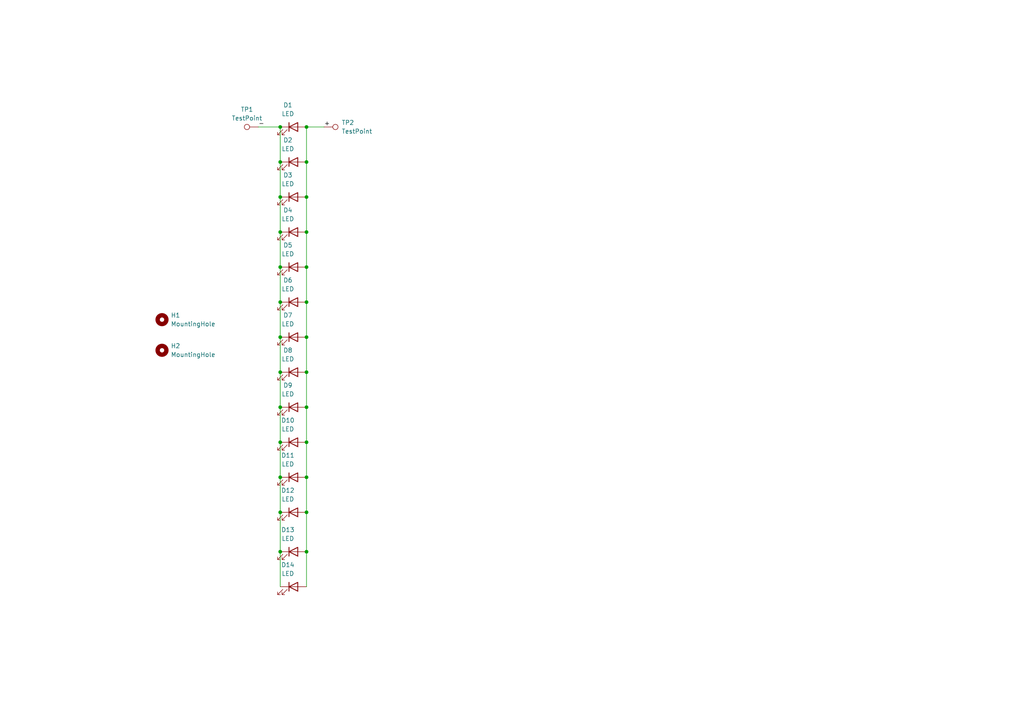
<source format=kicad_sch>
(kicad_sch
	(version 20250114)
	(generator "eeschema")
	(generator_version "9.0")
	(uuid "ce6e9e31-9215-4271-a300-681233654e64")
	(paper "A4")
	(lib_symbols
		(symbol "Connector:TestPoint"
			(pin_numbers
				(hide yes)
			)
			(pin_names
				(offset 0.762)
				(hide yes)
			)
			(exclude_from_sim no)
			(in_bom yes)
			(on_board yes)
			(property "Reference" "TP"
				(at 0 6.858 0)
				(effects
					(font
						(size 1.27 1.27)
					)
				)
			)
			(property "Value" "TestPoint"
				(at 0 5.08 0)
				(effects
					(font
						(size 1.27 1.27)
					)
				)
			)
			(property "Footprint" ""
				(at 5.08 0 0)
				(effects
					(font
						(size 1.27 1.27)
					)
					(hide yes)
				)
			)
			(property "Datasheet" "~"
				(at 5.08 0 0)
				(effects
					(font
						(size 1.27 1.27)
					)
					(hide yes)
				)
			)
			(property "Description" "test point"
				(at 0 0 0)
				(effects
					(font
						(size 1.27 1.27)
					)
					(hide yes)
				)
			)
			(property "ki_keywords" "test point tp"
				(at 0 0 0)
				(effects
					(font
						(size 1.27 1.27)
					)
					(hide yes)
				)
			)
			(property "ki_fp_filters" "Pin* Test*"
				(at 0 0 0)
				(effects
					(font
						(size 1.27 1.27)
					)
					(hide yes)
				)
			)
			(symbol "TestPoint_0_1"
				(circle
					(center 0 3.302)
					(radius 0.762)
					(stroke
						(width 0)
						(type default)
					)
					(fill
						(type none)
					)
				)
			)
			(symbol "TestPoint_1_1"
				(pin passive line
					(at 0 0 90)
					(length 2.54)
					(name "1"
						(effects
							(font
								(size 1.27 1.27)
							)
						)
					)
					(number "1"
						(effects
							(font
								(size 1.27 1.27)
							)
						)
					)
				)
			)
			(embedded_fonts no)
		)
		(symbol "Device:LED"
			(pin_numbers
				(hide yes)
			)
			(pin_names
				(offset 1.016)
				(hide yes)
			)
			(exclude_from_sim no)
			(in_bom yes)
			(on_board yes)
			(property "Reference" "D"
				(at 0 2.54 0)
				(effects
					(font
						(size 1.27 1.27)
					)
				)
			)
			(property "Value" "LED"
				(at 0 -2.54 0)
				(effects
					(font
						(size 1.27 1.27)
					)
				)
			)
			(property "Footprint" ""
				(at 0 0 0)
				(effects
					(font
						(size 1.27 1.27)
					)
					(hide yes)
				)
			)
			(property "Datasheet" "~"
				(at 0 0 0)
				(effects
					(font
						(size 1.27 1.27)
					)
					(hide yes)
				)
			)
			(property "Description" "Light emitting diode"
				(at 0 0 0)
				(effects
					(font
						(size 1.27 1.27)
					)
					(hide yes)
				)
			)
			(property "Sim.Pins" "1=K 2=A"
				(at 0 0 0)
				(effects
					(font
						(size 1.27 1.27)
					)
					(hide yes)
				)
			)
			(property "ki_keywords" "LED diode"
				(at 0 0 0)
				(effects
					(font
						(size 1.27 1.27)
					)
					(hide yes)
				)
			)
			(property "ki_fp_filters" "LED* LED_SMD:* LED_THT:*"
				(at 0 0 0)
				(effects
					(font
						(size 1.27 1.27)
					)
					(hide yes)
				)
			)
			(symbol "LED_0_1"
				(polyline
					(pts
						(xy -3.048 -0.762) (xy -4.572 -2.286) (xy -3.81 -2.286) (xy -4.572 -2.286) (xy -4.572 -1.524)
					)
					(stroke
						(width 0)
						(type default)
					)
					(fill
						(type none)
					)
				)
				(polyline
					(pts
						(xy -1.778 -0.762) (xy -3.302 -2.286) (xy -2.54 -2.286) (xy -3.302 -2.286) (xy -3.302 -1.524)
					)
					(stroke
						(width 0)
						(type default)
					)
					(fill
						(type none)
					)
				)
				(polyline
					(pts
						(xy -1.27 0) (xy 1.27 0)
					)
					(stroke
						(width 0)
						(type default)
					)
					(fill
						(type none)
					)
				)
				(polyline
					(pts
						(xy -1.27 -1.27) (xy -1.27 1.27)
					)
					(stroke
						(width 0.254)
						(type default)
					)
					(fill
						(type none)
					)
				)
				(polyline
					(pts
						(xy 1.27 -1.27) (xy 1.27 1.27) (xy -1.27 0) (xy 1.27 -1.27)
					)
					(stroke
						(width 0.254)
						(type default)
					)
					(fill
						(type none)
					)
				)
			)
			(symbol "LED_1_1"
				(pin passive line
					(at -3.81 0 0)
					(length 2.54)
					(name "K"
						(effects
							(font
								(size 1.27 1.27)
							)
						)
					)
					(number "1"
						(effects
							(font
								(size 1.27 1.27)
							)
						)
					)
				)
				(pin passive line
					(at 3.81 0 180)
					(length 2.54)
					(name "A"
						(effects
							(font
								(size 1.27 1.27)
							)
						)
					)
					(number "2"
						(effects
							(font
								(size 1.27 1.27)
							)
						)
					)
				)
			)
			(embedded_fonts no)
		)
		(symbol "Mechanical:MountingHole"
			(pin_names
				(offset 1.016)
			)
			(exclude_from_sim no)
			(in_bom no)
			(on_board yes)
			(property "Reference" "H"
				(at 0 5.08 0)
				(effects
					(font
						(size 1.27 1.27)
					)
				)
			)
			(property "Value" "MountingHole"
				(at 0 3.175 0)
				(effects
					(font
						(size 1.27 1.27)
					)
				)
			)
			(property "Footprint" ""
				(at 0 0 0)
				(effects
					(font
						(size 1.27 1.27)
					)
					(hide yes)
				)
			)
			(property "Datasheet" "~"
				(at 0 0 0)
				(effects
					(font
						(size 1.27 1.27)
					)
					(hide yes)
				)
			)
			(property "Description" "Mounting Hole without connection"
				(at 0 0 0)
				(effects
					(font
						(size 1.27 1.27)
					)
					(hide yes)
				)
			)
			(property "ki_keywords" "mounting hole"
				(at 0 0 0)
				(effects
					(font
						(size 1.27 1.27)
					)
					(hide yes)
				)
			)
			(property "ki_fp_filters" "MountingHole*"
				(at 0 0 0)
				(effects
					(font
						(size 1.27 1.27)
					)
					(hide yes)
				)
			)
			(symbol "MountingHole_0_1"
				(circle
					(center 0 0)
					(radius 1.27)
					(stroke
						(width 1.27)
						(type default)
					)
					(fill
						(type none)
					)
				)
			)
			(embedded_fonts no)
		)
	)
	(junction
		(at 88.9 138.43)
		(diameter 0)
		(color 0 0 0 0)
		(uuid "169a5fca-b6df-4702-9789-0ba8a5e6c105")
	)
	(junction
		(at 81.28 97.79)
		(diameter 0)
		(color 0 0 0 0)
		(uuid "1d068060-c437-4058-9a0c-27a965fc11dd")
	)
	(junction
		(at 81.28 138.43)
		(diameter 0)
		(color 0 0 0 0)
		(uuid "260623b4-94f7-4daa-b4eb-fe901bbab8c5")
	)
	(junction
		(at 81.28 148.59)
		(diameter 0)
		(color 0 0 0 0)
		(uuid "2d33eb54-e303-4a01-b32d-868f450a7d0f")
	)
	(junction
		(at 81.28 36.83)
		(diameter 0)
		(color 0 0 0 0)
		(uuid "2d832ddd-e56e-4e29-af83-7cf2310d792d")
	)
	(junction
		(at 81.28 46.99)
		(diameter 0)
		(color 0 0 0 0)
		(uuid "34e0c6a3-0730-4220-b56b-e403e215892c")
	)
	(junction
		(at 88.9 36.83)
		(diameter 0)
		(color 0 0 0 0)
		(uuid "357588a7-1824-4a44-b29a-9a893cad144b")
	)
	(junction
		(at 88.9 107.95)
		(diameter 0)
		(color 0 0 0 0)
		(uuid "412052e7-94ef-4461-9352-877627aafece")
	)
	(junction
		(at 88.9 118.11)
		(diameter 0)
		(color 0 0 0 0)
		(uuid "416315ab-ebf4-4c8c-94c0-836cc53b2a49")
	)
	(junction
		(at 81.28 67.31)
		(diameter 0)
		(color 0 0 0 0)
		(uuid "41ac077d-fe0a-40f1-9781-667806ef2965")
	)
	(junction
		(at 81.28 77.47)
		(diameter 0)
		(color 0 0 0 0)
		(uuid "42e8afa7-c6ae-4dba-a8a6-c8e37a20caf8")
	)
	(junction
		(at 88.9 148.59)
		(diameter 0)
		(color 0 0 0 0)
		(uuid "4aecedb8-b9be-42ed-b8e0-a24626bba8d1")
	)
	(junction
		(at 81.28 118.11)
		(diameter 0)
		(color 0 0 0 0)
		(uuid "4db0ee86-9a88-48e5-82bb-5ee32f6f8669")
	)
	(junction
		(at 81.28 107.95)
		(diameter 0)
		(color 0 0 0 0)
		(uuid "51b72145-f94c-4c77-a6ab-9d76b7bd4687")
	)
	(junction
		(at 81.28 87.63)
		(diameter 0)
		(color 0 0 0 0)
		(uuid "93e7e2ba-68ad-44f9-bddc-2f622f281fae")
	)
	(junction
		(at 88.9 97.79)
		(diameter 0)
		(color 0 0 0 0)
		(uuid "95564fe2-7b19-4a34-98f4-908b2e498d70")
	)
	(junction
		(at 88.9 67.31)
		(diameter 0)
		(color 0 0 0 0)
		(uuid "993b0f41-89f1-4208-be6c-0e7dd70c3082")
	)
	(junction
		(at 81.28 160.02)
		(diameter 0)
		(color 0 0 0 0)
		(uuid "bda52958-8623-41e3-83a6-d89dc36f509a")
	)
	(junction
		(at 81.28 128.27)
		(diameter 0)
		(color 0 0 0 0)
		(uuid "c0448689-b808-4fa0-8ae1-a4689ca7af63")
	)
	(junction
		(at 88.9 77.47)
		(diameter 0)
		(color 0 0 0 0)
		(uuid "c5291b20-5f45-426d-81c1-24ce2344e5dc")
	)
	(junction
		(at 88.9 57.15)
		(diameter 0)
		(color 0 0 0 0)
		(uuid "d60c3135-a6a6-4939-b3f4-1e6d427a9299")
	)
	(junction
		(at 81.28 57.15)
		(diameter 0)
		(color 0 0 0 0)
		(uuid "dccecaf1-7845-46af-9867-f7a27e599848")
	)
	(junction
		(at 88.9 87.63)
		(diameter 0)
		(color 0 0 0 0)
		(uuid "eae66219-a594-4b7a-825d-bc0f7cf1ec37")
	)
	(junction
		(at 88.9 46.99)
		(diameter 0)
		(color 0 0 0 0)
		(uuid "eb392ab1-a4c2-4ea6-a7b8-aa79ef2379ed")
	)
	(junction
		(at 88.9 128.27)
		(diameter 0)
		(color 0 0 0 0)
		(uuid "fc808b7f-e2a2-4baf-a86f-0a5f4a173459")
	)
	(junction
		(at 88.9 160.02)
		(diameter 0)
		(color 0 0 0 0)
		(uuid "fe0130fa-0b15-44dc-9769-3a3f576933ea")
	)
	(wire
		(pts
			(xy 88.9 87.63) (xy 88.9 97.79)
		)
		(stroke
			(width 0)
			(type default)
		)
		(uuid "126cb15a-cbc0-49ab-aa09-ef82098c9470")
	)
	(wire
		(pts
			(xy 88.9 36.83) (xy 93.98 36.83)
		)
		(stroke
			(width 0)
			(type default)
		)
		(uuid "230a607b-e9ac-4d02-9d31-7ce6f8b567d0")
	)
	(wire
		(pts
			(xy 88.9 97.79) (xy 88.9 107.95)
		)
		(stroke
			(width 0)
			(type default)
		)
		(uuid "2ddaa8da-c027-4eba-b898-8d5b0eef5650")
	)
	(wire
		(pts
			(xy 88.9 77.47) (xy 88.9 87.63)
		)
		(stroke
			(width 0)
			(type default)
		)
		(uuid "30efe14a-5b0b-43ed-8e8a-fbb44129b389")
	)
	(wire
		(pts
			(xy 88.9 107.95) (xy 88.9 118.11)
		)
		(stroke
			(width 0)
			(type default)
		)
		(uuid "4c230c62-7fd4-47ed-b8ed-2f50d33b5139")
	)
	(wire
		(pts
			(xy 81.28 46.99) (xy 81.28 57.15)
		)
		(stroke
			(width 0)
			(type default)
		)
		(uuid "4c746ae8-4cbd-4923-9132-faa9afc8f870")
	)
	(wire
		(pts
			(xy 88.9 160.02) (xy 88.9 170.18)
		)
		(stroke
			(width 0)
			(type default)
		)
		(uuid "5296c49e-99df-412b-a4f3-d8ed9849de68")
	)
	(wire
		(pts
			(xy 88.9 67.31) (xy 88.9 77.47)
		)
		(stroke
			(width 0)
			(type default)
		)
		(uuid "55a855db-eec5-41e8-9999-166fdf393d90")
	)
	(wire
		(pts
			(xy 88.9 148.59) (xy 88.9 160.02)
		)
		(stroke
			(width 0)
			(type default)
		)
		(uuid "59b35e47-7d64-40a3-a6d8-1787d3af34ba")
	)
	(wire
		(pts
			(xy 88.9 46.99) (xy 88.9 57.15)
		)
		(stroke
			(width 0)
			(type default)
		)
		(uuid "6d289c5e-eedc-4f28-9433-4478e78782f8")
	)
	(wire
		(pts
			(xy 74.93 36.83) (xy 81.28 36.83)
		)
		(stroke
			(width 0)
			(type default)
		)
		(uuid "72727b4b-b43c-4986-918b-de2d7eb845a1")
	)
	(wire
		(pts
			(xy 81.28 148.59) (xy 81.28 160.02)
		)
		(stroke
			(width 0)
			(type default)
		)
		(uuid "7e49d989-359a-45fd-8e48-61727873247a")
	)
	(wire
		(pts
			(xy 81.28 87.63) (xy 81.28 97.79)
		)
		(stroke
			(width 0)
			(type default)
		)
		(uuid "824e4a96-7a33-4743-9097-b99d1d7dd30a")
	)
	(wire
		(pts
			(xy 81.28 160.02) (xy 81.28 170.18)
		)
		(stroke
			(width 0)
			(type default)
		)
		(uuid "90452a2d-6d6c-4cc1-aff1-fd66aab7d5d1")
	)
	(wire
		(pts
			(xy 81.28 128.27) (xy 81.28 138.43)
		)
		(stroke
			(width 0)
			(type default)
		)
		(uuid "94ef664d-fce1-4099-96a8-555070c9a680")
	)
	(wire
		(pts
			(xy 81.28 57.15) (xy 81.28 67.31)
		)
		(stroke
			(width 0)
			(type default)
		)
		(uuid "956a1f5e-6127-410d-953e-5bac78d1f552")
	)
	(wire
		(pts
			(xy 88.9 36.83) (xy 88.9 46.99)
		)
		(stroke
			(width 0)
			(type default)
		)
		(uuid "9e9088da-8b26-4637-afa0-229da3c6d4d6")
	)
	(wire
		(pts
			(xy 88.9 118.11) (xy 88.9 128.27)
		)
		(stroke
			(width 0)
			(type default)
		)
		(uuid "9fcae4ef-02fb-4971-82e5-935a5cdd5429")
	)
	(wire
		(pts
			(xy 81.28 107.95) (xy 81.28 118.11)
		)
		(stroke
			(width 0)
			(type default)
		)
		(uuid "a95cdedc-a9aa-4582-bf31-b2b0ea814411")
	)
	(wire
		(pts
			(xy 81.28 77.47) (xy 81.28 87.63)
		)
		(stroke
			(width 0)
			(type default)
		)
		(uuid "c37bab11-1a1d-4d92-be06-ac19d46abae8")
	)
	(wire
		(pts
			(xy 81.28 67.31) (xy 81.28 77.47)
		)
		(stroke
			(width 0)
			(type default)
		)
		(uuid "c5061fb0-d021-4089-b643-0c0c65cd8c03")
	)
	(wire
		(pts
			(xy 88.9 128.27) (xy 88.9 138.43)
		)
		(stroke
			(width 0)
			(type default)
		)
		(uuid "c9a18bc7-20da-4944-82b5-c59106a30c74")
	)
	(wire
		(pts
			(xy 88.9 138.43) (xy 88.9 148.59)
		)
		(stroke
			(width 0)
			(type default)
		)
		(uuid "d1c53024-8ff3-40cb-89cc-9147df523a09")
	)
	(wire
		(pts
			(xy 81.28 138.43) (xy 81.28 148.59)
		)
		(stroke
			(width 0)
			(type default)
		)
		(uuid "e6deee5e-22b6-44a1-8d50-56f4ce1fd774")
	)
	(wire
		(pts
			(xy 88.9 57.15) (xy 88.9 67.31)
		)
		(stroke
			(width 0)
			(type default)
		)
		(uuid "ed1dae4f-9fb5-4dc4-b3fd-86be10e841bf")
	)
	(wire
		(pts
			(xy 81.28 36.83) (xy 81.28 46.99)
		)
		(stroke
			(width 0)
			(type default)
		)
		(uuid "f03dba76-e87d-43f7-9936-e6eacbf9ffdf")
	)
	(wire
		(pts
			(xy 81.28 97.79) (xy 81.28 107.95)
		)
		(stroke
			(width 0)
			(type default)
		)
		(uuid "fb324db5-bb44-447e-9e20-aa0c01d46b19")
	)
	(wire
		(pts
			(xy 81.28 118.11) (xy 81.28 128.27)
		)
		(stroke
			(width 0)
			(type default)
		)
		(uuid "fc992c3e-69d6-46bc-9c01-971bb49a5eab")
	)
	(label "-"
		(at 74.93 36.83 0)
		(effects
			(font
				(size 1.27 1.27)
			)
			(justify left bottom)
		)
		(uuid "03a038ef-42c5-4ee5-8cb5-48fb0f29c422")
	)
	(label "+"
		(at 93.98 36.83 0)
		(effects
			(font
				(size 1.27 1.27)
			)
			(justify left bottom)
		)
		(uuid "afb36d24-46e3-41ce-9d87-c4f26667619c")
	)
	(symbol
		(lib_id "Device:LED")
		(at 85.09 118.11 0)
		(unit 1)
		(exclude_from_sim no)
		(in_bom yes)
		(on_board yes)
		(dnp no)
		(fields_autoplaced yes)
		(uuid "0e996304-1455-4a06-93ea-aaa705061dee")
		(property "Reference" "D9"
			(at 83.5025 111.76 0)
			(effects
				(font
					(size 1.27 1.27)
				)
			)
		)
		(property "Value" "LED"
			(at 83.5025 114.3 0)
			(effects
				(font
					(size 1.27 1.27)
				)
			)
		)
		(property "Footprint" "LED_SMD:LED_PLCC_2835"
			(at 85.09 118.11 0)
			(effects
				(font
					(size 1.27 1.27)
				)
				(hide yes)
			)
		)
		(property "Datasheet" "~"
			(at 85.09 118.11 0)
			(effects
				(font
					(size 1.27 1.27)
				)
				(hide yes)
			)
		)
		(property "Description" "Light emitting diode"
			(at 85.09 118.11 0)
			(effects
				(font
					(size 1.27 1.27)
				)
				(hide yes)
			)
		)
		(property "Sim.Pins" "1=K 2=A"
			(at 85.09 118.11 0)
			(effects
				(font
					(size 1.27 1.27)
				)
				(hide yes)
			)
		)
		(pin "2"
			(uuid "8ee54dd1-4b7a-44b4-a314-6baee1bf807f")
		)
		(pin "1"
			(uuid "9f1483e4-8d01-4d9d-a941-486fa84a0ece")
		)
		(instances
			(project "akkulampen"
				(path "/ce6e9e31-9215-4271-a300-681233654e64"
					(reference "D9")
					(unit 1)
				)
			)
		)
	)
	(symbol
		(lib_id "Device:LED")
		(at 85.09 36.83 0)
		(unit 1)
		(exclude_from_sim no)
		(in_bom yes)
		(on_board yes)
		(dnp no)
		(fields_autoplaced yes)
		(uuid "1e9420b6-cc9d-4a02-8a89-7a9f67ab5382")
		(property "Reference" "D1"
			(at 83.5025 30.48 0)
			(effects
				(font
					(size 1.27 1.27)
				)
			)
		)
		(property "Value" "LED"
			(at 83.5025 33.02 0)
			(effects
				(font
					(size 1.27 1.27)
				)
			)
		)
		(property "Footprint" "LED_SMD:LED_PLCC_2835"
			(at 85.09 36.83 0)
			(effects
				(font
					(size 1.27 1.27)
				)
				(hide yes)
			)
		)
		(property "Datasheet" "~"
			(at 85.09 36.83 0)
			(effects
				(font
					(size 1.27 1.27)
				)
				(hide yes)
			)
		)
		(property "Description" "Light emitting diode"
			(at 85.09 36.83 0)
			(effects
				(font
					(size 1.27 1.27)
				)
				(hide yes)
			)
		)
		(property "Sim.Pins" "1=K 2=A"
			(at 85.09 36.83 0)
			(effects
				(font
					(size 1.27 1.27)
				)
				(hide yes)
			)
		)
		(pin "2"
			(uuid "2fc5f2ea-b890-40b6-a373-401dfc294894")
		)
		(pin "1"
			(uuid "f47fce6d-6a5f-4a0d-a3e9-e72b677e85c0")
		)
		(instances
			(project ""
				(path "/ce6e9e31-9215-4271-a300-681233654e64"
					(reference "D1")
					(unit 1)
				)
			)
		)
	)
	(symbol
		(lib_id "Device:LED")
		(at 85.09 87.63 0)
		(unit 1)
		(exclude_from_sim no)
		(in_bom yes)
		(on_board yes)
		(dnp no)
		(fields_autoplaced yes)
		(uuid "37c49af7-039f-4ffe-861d-0fa646cecd62")
		(property "Reference" "D6"
			(at 83.5025 81.28 0)
			(effects
				(font
					(size 1.27 1.27)
				)
			)
		)
		(property "Value" "LED"
			(at 83.5025 83.82 0)
			(effects
				(font
					(size 1.27 1.27)
				)
			)
		)
		(property "Footprint" "LED_SMD:LED_PLCC_2835"
			(at 85.09 87.63 0)
			(effects
				(font
					(size 1.27 1.27)
				)
				(hide yes)
			)
		)
		(property "Datasheet" "~"
			(at 85.09 87.63 0)
			(effects
				(font
					(size 1.27 1.27)
				)
				(hide yes)
			)
		)
		(property "Description" "Light emitting diode"
			(at 85.09 87.63 0)
			(effects
				(font
					(size 1.27 1.27)
				)
				(hide yes)
			)
		)
		(property "Sim.Pins" "1=K 2=A"
			(at 85.09 87.63 0)
			(effects
				(font
					(size 1.27 1.27)
				)
				(hide yes)
			)
		)
		(pin "2"
			(uuid "b2d75846-63b7-4fa2-8441-789382c7c403")
		)
		(pin "1"
			(uuid "ebd9f0a3-3464-49e2-8cd7-caf530b379dc")
		)
		(instances
			(project "akkulampen"
				(path "/ce6e9e31-9215-4271-a300-681233654e64"
					(reference "D6")
					(unit 1)
				)
			)
		)
	)
	(symbol
		(lib_id "Connector:TestPoint")
		(at 74.93 36.83 90)
		(unit 1)
		(exclude_from_sim no)
		(in_bom yes)
		(on_board yes)
		(dnp no)
		(uuid "3e8ab80a-c8d4-4461-8093-a5ec011b6630")
		(property "Reference" "TP1"
			(at 71.628 31.75 90)
			(effects
				(font
					(size 1.27 1.27)
				)
			)
		)
		(property "Value" "TestPoint"
			(at 71.628 34.29 90)
			(effects
				(font
					(size 1.27 1.27)
				)
			)
		)
		(property "Footprint" "TestPoint:TestPoint_Keystone_5015_Micro_Mini"
			(at 74.93 31.75 0)
			(effects
				(font
					(size 1.27 1.27)
				)
				(hide yes)
			)
		)
		(property "Datasheet" "~"
			(at 74.93 31.75 0)
			(effects
				(font
					(size 1.27 1.27)
				)
				(hide yes)
			)
		)
		(property "Description" "test point"
			(at 74.93 36.83 0)
			(effects
				(font
					(size 1.27 1.27)
				)
				(hide yes)
			)
		)
		(pin "1"
			(uuid "43742098-7014-46ba-9862-7a3313f6ce62")
		)
		(instances
			(project ""
				(path "/ce6e9e31-9215-4271-a300-681233654e64"
					(reference "TP1")
					(unit 1)
				)
			)
		)
	)
	(symbol
		(lib_id "Device:LED")
		(at 85.09 67.31 0)
		(unit 1)
		(exclude_from_sim no)
		(in_bom yes)
		(on_board yes)
		(dnp no)
		(fields_autoplaced yes)
		(uuid "62b043c8-d348-4abf-b1b9-0092868a7cc3")
		(property "Reference" "D4"
			(at 83.5025 60.96 0)
			(effects
				(font
					(size 1.27 1.27)
				)
			)
		)
		(property "Value" "LED"
			(at 83.5025 63.5 0)
			(effects
				(font
					(size 1.27 1.27)
				)
			)
		)
		(property "Footprint" "LED_SMD:LED_PLCC_2835"
			(at 85.09 67.31 0)
			(effects
				(font
					(size 1.27 1.27)
				)
				(hide yes)
			)
		)
		(property "Datasheet" "~"
			(at 85.09 67.31 0)
			(effects
				(font
					(size 1.27 1.27)
				)
				(hide yes)
			)
		)
		(property "Description" "Light emitting diode"
			(at 85.09 67.31 0)
			(effects
				(font
					(size 1.27 1.27)
				)
				(hide yes)
			)
		)
		(property "Sim.Pins" "1=K 2=A"
			(at 85.09 67.31 0)
			(effects
				(font
					(size 1.27 1.27)
				)
				(hide yes)
			)
		)
		(pin "2"
			(uuid "661177cb-d776-4d42-8e8e-b8e362fb781b")
		)
		(pin "1"
			(uuid "61ebf413-6230-42db-996a-b168e1d9726a")
		)
		(instances
			(project "akkulampen"
				(path "/ce6e9e31-9215-4271-a300-681233654e64"
					(reference "D4")
					(unit 1)
				)
			)
		)
	)
	(symbol
		(lib_id "Device:LED")
		(at 85.09 128.27 0)
		(unit 1)
		(exclude_from_sim no)
		(in_bom yes)
		(on_board yes)
		(dnp no)
		(fields_autoplaced yes)
		(uuid "8fc8332b-2471-4214-a38e-11634c28840c")
		(property "Reference" "D10"
			(at 83.5025 121.92 0)
			(effects
				(font
					(size 1.27 1.27)
				)
			)
		)
		(property "Value" "LED"
			(at 83.5025 124.46 0)
			(effects
				(font
					(size 1.27 1.27)
				)
			)
		)
		(property "Footprint" "LED_SMD:LED_PLCC_2835"
			(at 85.09 128.27 0)
			(effects
				(font
					(size 1.27 1.27)
				)
				(hide yes)
			)
		)
		(property "Datasheet" "~"
			(at 85.09 128.27 0)
			(effects
				(font
					(size 1.27 1.27)
				)
				(hide yes)
			)
		)
		(property "Description" "Light emitting diode"
			(at 85.09 128.27 0)
			(effects
				(font
					(size 1.27 1.27)
				)
				(hide yes)
			)
		)
		(property "Sim.Pins" "1=K 2=A"
			(at 85.09 128.27 0)
			(effects
				(font
					(size 1.27 1.27)
				)
				(hide yes)
			)
		)
		(pin "2"
			(uuid "324ef5fe-9d42-439e-8cfb-4ab261497123")
		)
		(pin "1"
			(uuid "7e79cb81-435c-4c78-a914-2521a5b008a4")
		)
		(instances
			(project "akkulampen"
				(path "/ce6e9e31-9215-4271-a300-681233654e64"
					(reference "D10")
					(unit 1)
				)
			)
		)
	)
	(symbol
		(lib_id "Device:LED")
		(at 85.09 160.02 0)
		(unit 1)
		(exclude_from_sim no)
		(in_bom yes)
		(on_board yes)
		(dnp no)
		(fields_autoplaced yes)
		(uuid "97ea47dd-4b59-4b32-973b-7be888c34dfb")
		(property "Reference" "D13"
			(at 83.5025 153.67 0)
			(effects
				(font
					(size 1.27 1.27)
				)
			)
		)
		(property "Value" "LED"
			(at 83.5025 156.21 0)
			(effects
				(font
					(size 1.27 1.27)
				)
			)
		)
		(property "Footprint" "LED_SMD:LED_PLCC_2835"
			(at 85.09 160.02 0)
			(effects
				(font
					(size 1.27 1.27)
				)
				(hide yes)
			)
		)
		(property "Datasheet" "~"
			(at 85.09 160.02 0)
			(effects
				(font
					(size 1.27 1.27)
				)
				(hide yes)
			)
		)
		(property "Description" "Light emitting diode"
			(at 85.09 160.02 0)
			(effects
				(font
					(size 1.27 1.27)
				)
				(hide yes)
			)
		)
		(property "Sim.Pins" "1=K 2=A"
			(at 85.09 160.02 0)
			(effects
				(font
					(size 1.27 1.27)
				)
				(hide yes)
			)
		)
		(pin "2"
			(uuid "d0883a8a-d30f-49cd-b38c-0900e51dbbfc")
		)
		(pin "1"
			(uuid "623dc59c-83a0-46ad-8753-3c1a8593ffed")
		)
		(instances
			(project "akkulampen"
				(path "/ce6e9e31-9215-4271-a300-681233654e64"
					(reference "D13")
					(unit 1)
				)
			)
		)
	)
	(symbol
		(lib_id "Device:LED")
		(at 85.09 57.15 0)
		(unit 1)
		(exclude_from_sim no)
		(in_bom yes)
		(on_board yes)
		(dnp no)
		(fields_autoplaced yes)
		(uuid "a8abf31d-1ba7-4980-8f59-2b325162bf8f")
		(property "Reference" "D3"
			(at 83.5025 50.8 0)
			(effects
				(font
					(size 1.27 1.27)
				)
			)
		)
		(property "Value" "LED"
			(at 83.5025 53.34 0)
			(effects
				(font
					(size 1.27 1.27)
				)
			)
		)
		(property "Footprint" "LED_SMD:LED_PLCC_2835"
			(at 85.09 57.15 0)
			(effects
				(font
					(size 1.27 1.27)
				)
				(hide yes)
			)
		)
		(property "Datasheet" "~"
			(at 85.09 57.15 0)
			(effects
				(font
					(size 1.27 1.27)
				)
				(hide yes)
			)
		)
		(property "Description" "Light emitting diode"
			(at 85.09 57.15 0)
			(effects
				(font
					(size 1.27 1.27)
				)
				(hide yes)
			)
		)
		(property "Sim.Pins" "1=K 2=A"
			(at 85.09 57.15 0)
			(effects
				(font
					(size 1.27 1.27)
				)
				(hide yes)
			)
		)
		(pin "2"
			(uuid "70595b69-75b5-44bd-a3fd-f68ad9a4a014")
		)
		(pin "1"
			(uuid "0b8a6350-f679-4dfd-aa11-5404d61efb79")
		)
		(instances
			(project "akkulampen"
				(path "/ce6e9e31-9215-4271-a300-681233654e64"
					(reference "D3")
					(unit 1)
				)
			)
		)
	)
	(symbol
		(lib_id "Device:LED")
		(at 85.09 138.43 0)
		(unit 1)
		(exclude_from_sim no)
		(in_bom yes)
		(on_board yes)
		(dnp no)
		(fields_autoplaced yes)
		(uuid "ae2d0231-3d62-4e5b-899c-029f6e463555")
		(property "Reference" "D11"
			(at 83.5025 132.08 0)
			(effects
				(font
					(size 1.27 1.27)
				)
			)
		)
		(property "Value" "LED"
			(at 83.5025 134.62 0)
			(effects
				(font
					(size 1.27 1.27)
				)
			)
		)
		(property "Footprint" "LED_SMD:LED_PLCC_2835"
			(at 85.09 138.43 0)
			(effects
				(font
					(size 1.27 1.27)
				)
				(hide yes)
			)
		)
		(property "Datasheet" "~"
			(at 85.09 138.43 0)
			(effects
				(font
					(size 1.27 1.27)
				)
				(hide yes)
			)
		)
		(property "Description" "Light emitting diode"
			(at 85.09 138.43 0)
			(effects
				(font
					(size 1.27 1.27)
				)
				(hide yes)
			)
		)
		(property "Sim.Pins" "1=K 2=A"
			(at 85.09 138.43 0)
			(effects
				(font
					(size 1.27 1.27)
				)
				(hide yes)
			)
		)
		(pin "2"
			(uuid "5d6d48b2-6f1e-4de8-a40a-b71fafdc3b3f")
		)
		(pin "1"
			(uuid "023337f7-2991-4c19-9d53-77af314f200f")
		)
		(instances
			(project "akkulampen"
				(path "/ce6e9e31-9215-4271-a300-681233654e64"
					(reference "D11")
					(unit 1)
				)
			)
		)
	)
	(symbol
		(lib_id "Device:LED")
		(at 85.09 77.47 0)
		(unit 1)
		(exclude_from_sim no)
		(in_bom yes)
		(on_board yes)
		(dnp no)
		(fields_autoplaced yes)
		(uuid "b83cf2b3-342e-4534-84f9-ea5c1ab94cd2")
		(property "Reference" "D5"
			(at 83.5025 71.12 0)
			(effects
				(font
					(size 1.27 1.27)
				)
			)
		)
		(property "Value" "LED"
			(at 83.5025 73.66 0)
			(effects
				(font
					(size 1.27 1.27)
				)
			)
		)
		(property "Footprint" "LED_SMD:LED_PLCC_2835"
			(at 85.09 77.47 0)
			(effects
				(font
					(size 1.27 1.27)
				)
				(hide yes)
			)
		)
		(property "Datasheet" "~"
			(at 85.09 77.47 0)
			(effects
				(font
					(size 1.27 1.27)
				)
				(hide yes)
			)
		)
		(property "Description" "Light emitting diode"
			(at 85.09 77.47 0)
			(effects
				(font
					(size 1.27 1.27)
				)
				(hide yes)
			)
		)
		(property "Sim.Pins" "1=K 2=A"
			(at 85.09 77.47 0)
			(effects
				(font
					(size 1.27 1.27)
				)
				(hide yes)
			)
		)
		(pin "2"
			(uuid "4482f262-27b0-4c3e-9757-fb77645a2cb5")
		)
		(pin "1"
			(uuid "e282d74f-7d6d-45ac-805f-44372231d1f0")
		)
		(instances
			(project "akkulampen"
				(path "/ce6e9e31-9215-4271-a300-681233654e64"
					(reference "D5")
					(unit 1)
				)
			)
		)
	)
	(symbol
		(lib_id "Device:LED")
		(at 85.09 170.18 0)
		(unit 1)
		(exclude_from_sim no)
		(in_bom yes)
		(on_board yes)
		(dnp no)
		(fields_autoplaced yes)
		(uuid "bf5aef6f-53bf-4b55-b0a7-ab9b75eb39d3")
		(property "Reference" "D14"
			(at 83.5025 163.83 0)
			(effects
				(font
					(size 1.27 1.27)
				)
			)
		)
		(property "Value" "LED"
			(at 83.5025 166.37 0)
			(effects
				(font
					(size 1.27 1.27)
				)
			)
		)
		(property "Footprint" "LED_SMD:LED_PLCC_2835"
			(at 85.09 170.18 0)
			(effects
				(font
					(size 1.27 1.27)
				)
				(hide yes)
			)
		)
		(property "Datasheet" "~"
			(at 85.09 170.18 0)
			(effects
				(font
					(size 1.27 1.27)
				)
				(hide yes)
			)
		)
		(property "Description" "Light emitting diode"
			(at 85.09 170.18 0)
			(effects
				(font
					(size 1.27 1.27)
				)
				(hide yes)
			)
		)
		(property "Sim.Pins" "1=K 2=A"
			(at 85.09 170.18 0)
			(effects
				(font
					(size 1.27 1.27)
				)
				(hide yes)
			)
		)
		(pin "2"
			(uuid "e3b53d55-8e67-4192-94ab-1863cf44a5b2")
		)
		(pin "1"
			(uuid "40873c14-fd37-40e4-b476-318704b589b3")
		)
		(instances
			(project "akkulampen"
				(path "/ce6e9e31-9215-4271-a300-681233654e64"
					(reference "D14")
					(unit 1)
				)
			)
		)
	)
	(symbol
		(lib_id "Mechanical:MountingHole")
		(at 46.99 101.6 0)
		(unit 1)
		(exclude_from_sim no)
		(in_bom no)
		(on_board yes)
		(dnp no)
		(fields_autoplaced yes)
		(uuid "c325916c-a0f2-492f-830c-977eef37a8c7")
		(property "Reference" "H2"
			(at 49.53 100.3299 0)
			(effects
				(font
					(size 1.27 1.27)
				)
				(justify left)
			)
		)
		(property "Value" "MountingHole"
			(at 49.53 102.8699 0)
			(effects
				(font
					(size 1.27 1.27)
				)
				(justify left)
			)
		)
		(property "Footprint" "MountingHole:MountingHole_2.1mm"
			(at 46.99 101.6 0)
			(effects
				(font
					(size 1.27 1.27)
				)
				(hide yes)
			)
		)
		(property "Datasheet" "~"
			(at 46.99 101.6 0)
			(effects
				(font
					(size 1.27 1.27)
				)
				(hide yes)
			)
		)
		(property "Description" "Mounting Hole without connection"
			(at 46.99 101.6 0)
			(effects
				(font
					(size 1.27 1.27)
				)
				(hide yes)
			)
		)
		(instances
			(project "akkulampen"
				(path "/ce6e9e31-9215-4271-a300-681233654e64"
					(reference "H2")
					(unit 1)
				)
			)
		)
	)
	(symbol
		(lib_id "Device:LED")
		(at 85.09 46.99 0)
		(unit 1)
		(exclude_from_sim no)
		(in_bom yes)
		(on_board yes)
		(dnp no)
		(fields_autoplaced yes)
		(uuid "c50e77f9-df1b-46bb-b735-3453b5accdb4")
		(property "Reference" "D2"
			(at 83.5025 40.64 0)
			(effects
				(font
					(size 1.27 1.27)
				)
			)
		)
		(property "Value" "LED"
			(at 83.5025 43.18 0)
			(effects
				(font
					(size 1.27 1.27)
				)
			)
		)
		(property "Footprint" "LED_SMD:LED_PLCC_2835"
			(at 85.09 46.99 0)
			(effects
				(font
					(size 1.27 1.27)
				)
				(hide yes)
			)
		)
		(property "Datasheet" "~"
			(at 85.09 46.99 0)
			(effects
				(font
					(size 1.27 1.27)
				)
				(hide yes)
			)
		)
		(property "Description" "Light emitting diode"
			(at 85.09 46.99 0)
			(effects
				(font
					(size 1.27 1.27)
				)
				(hide yes)
			)
		)
		(property "Sim.Pins" "1=K 2=A"
			(at 85.09 46.99 0)
			(effects
				(font
					(size 1.27 1.27)
				)
				(hide yes)
			)
		)
		(pin "2"
			(uuid "0c14acee-bbb3-47c7-9a33-1b8c1e1610d8")
		)
		(pin "1"
			(uuid "dbf764fd-828b-4d3e-bb7a-c22fe6de1df2")
		)
		(instances
			(project "akkulampen"
				(path "/ce6e9e31-9215-4271-a300-681233654e64"
					(reference "D2")
					(unit 1)
				)
			)
		)
	)
	(symbol
		(lib_id "Mechanical:MountingHole")
		(at 46.99 92.71 0)
		(unit 1)
		(exclude_from_sim no)
		(in_bom no)
		(on_board yes)
		(dnp no)
		(fields_autoplaced yes)
		(uuid "cb2e7d4a-a9a6-4795-8f7e-d1756b10aaa5")
		(property "Reference" "H1"
			(at 49.53 91.4399 0)
			(effects
				(font
					(size 1.27 1.27)
				)
				(justify left)
			)
		)
		(property "Value" "MountingHole"
			(at 49.53 93.9799 0)
			(effects
				(font
					(size 1.27 1.27)
				)
				(justify left)
			)
		)
		(property "Footprint" "MountingHole:MountingHole_2.1mm"
			(at 46.99 92.71 0)
			(effects
				(font
					(size 1.27 1.27)
				)
				(hide yes)
			)
		)
		(property "Datasheet" "~"
			(at 46.99 92.71 0)
			(effects
				(font
					(size 1.27 1.27)
				)
				(hide yes)
			)
		)
		(property "Description" "Mounting Hole without connection"
			(at 46.99 92.71 0)
			(effects
				(font
					(size 1.27 1.27)
				)
				(hide yes)
			)
		)
		(instances
			(project ""
				(path "/ce6e9e31-9215-4271-a300-681233654e64"
					(reference "H1")
					(unit 1)
				)
			)
		)
	)
	(symbol
		(lib_id "Connector:TestPoint")
		(at 93.98 36.83 270)
		(unit 1)
		(exclude_from_sim no)
		(in_bom yes)
		(on_board yes)
		(dnp no)
		(fields_autoplaced yes)
		(uuid "d201a3ed-44c0-4904-8959-ebf35da5347f")
		(property "Reference" "TP2"
			(at 99.06 35.5599 90)
			(effects
				(font
					(size 1.27 1.27)
				)
				(justify left)
			)
		)
		(property "Value" "TestPoint"
			(at 99.06 38.0999 90)
			(effects
				(font
					(size 1.27 1.27)
				)
				(justify left)
			)
		)
		(property "Footprint" "TestPoint:TestPoint_Keystone_5015_Micro_Mini"
			(at 93.98 41.91 0)
			(effects
				(font
					(size 1.27 1.27)
				)
				(hide yes)
			)
		)
		(property "Datasheet" "~"
			(at 93.98 41.91 0)
			(effects
				(font
					(size 1.27 1.27)
				)
				(hide yes)
			)
		)
		(property "Description" "test point"
			(at 93.98 36.83 0)
			(effects
				(font
					(size 1.27 1.27)
				)
				(hide yes)
			)
		)
		(pin "1"
			(uuid "bdcf46fa-ba96-464b-a5f5-cccd5d1683fe")
		)
		(instances
			(project "akkulampen"
				(path "/ce6e9e31-9215-4271-a300-681233654e64"
					(reference "TP2")
					(unit 1)
				)
			)
		)
	)
	(symbol
		(lib_id "Device:LED")
		(at 85.09 107.95 0)
		(unit 1)
		(exclude_from_sim no)
		(in_bom yes)
		(on_board yes)
		(dnp no)
		(fields_autoplaced yes)
		(uuid "da2d31af-47c4-4fd6-b36c-e1b0c041d6c1")
		(property "Reference" "D8"
			(at 83.5025 101.6 0)
			(effects
				(font
					(size 1.27 1.27)
				)
			)
		)
		(property "Value" "LED"
			(at 83.5025 104.14 0)
			(effects
				(font
					(size 1.27 1.27)
				)
			)
		)
		(property "Footprint" "LED_SMD:LED_PLCC_2835"
			(at 85.09 107.95 0)
			(effects
				(font
					(size 1.27 1.27)
				)
				(hide yes)
			)
		)
		(property "Datasheet" "~"
			(at 85.09 107.95 0)
			(effects
				(font
					(size 1.27 1.27)
				)
				(hide yes)
			)
		)
		(property "Description" "Light emitting diode"
			(at 85.09 107.95 0)
			(effects
				(font
					(size 1.27 1.27)
				)
				(hide yes)
			)
		)
		(property "Sim.Pins" "1=K 2=A"
			(at 85.09 107.95 0)
			(effects
				(font
					(size 1.27 1.27)
				)
				(hide yes)
			)
		)
		(pin "2"
			(uuid "f0356170-5d99-4bef-8d73-955897967ff9")
		)
		(pin "1"
			(uuid "35ff63e2-115c-42b3-ad57-00afc0cb73eb")
		)
		(instances
			(project "akkulampen"
				(path "/ce6e9e31-9215-4271-a300-681233654e64"
					(reference "D8")
					(unit 1)
				)
			)
		)
	)
	(symbol
		(lib_id "Device:LED")
		(at 85.09 148.59 0)
		(unit 1)
		(exclude_from_sim no)
		(in_bom yes)
		(on_board yes)
		(dnp no)
		(fields_autoplaced yes)
		(uuid "f0ff0182-c33c-4e3f-9893-a6cae5d83b83")
		(property "Reference" "D12"
			(at 83.5025 142.24 0)
			(effects
				(font
					(size 1.27 1.27)
				)
			)
		)
		(property "Value" "LED"
			(at 83.5025 144.78 0)
			(effects
				(font
					(size 1.27 1.27)
				)
			)
		)
		(property "Footprint" "LED_SMD:LED_PLCC_2835"
			(at 85.09 148.59 0)
			(effects
				(font
					(size 1.27 1.27)
				)
				(hide yes)
			)
		)
		(property "Datasheet" "~"
			(at 85.09 148.59 0)
			(effects
				(font
					(size 1.27 1.27)
				)
				(hide yes)
			)
		)
		(property "Description" "Light emitting diode"
			(at 85.09 148.59 0)
			(effects
				(font
					(size 1.27 1.27)
				)
				(hide yes)
			)
		)
		(property "Sim.Pins" "1=K 2=A"
			(at 85.09 148.59 0)
			(effects
				(font
					(size 1.27 1.27)
				)
				(hide yes)
			)
		)
		(pin "2"
			(uuid "13dbb3b9-8f6c-464d-a1de-a20a1d4cc85f")
		)
		(pin "1"
			(uuid "dc2c1fb7-b0f4-4906-be6f-b0df6411251d")
		)
		(instances
			(project "akkulampen"
				(path "/ce6e9e31-9215-4271-a300-681233654e64"
					(reference "D12")
					(unit 1)
				)
			)
		)
	)
	(symbol
		(lib_id "Device:LED")
		(at 85.09 97.79 0)
		(unit 1)
		(exclude_from_sim no)
		(in_bom yes)
		(on_board yes)
		(dnp no)
		(fields_autoplaced yes)
		(uuid "f9e029db-9f84-464a-8a67-3bab8ce455ae")
		(property "Reference" "D7"
			(at 83.5025 91.44 0)
			(effects
				(font
					(size 1.27 1.27)
				)
			)
		)
		(property "Value" "LED"
			(at 83.5025 93.98 0)
			(effects
				(font
					(size 1.27 1.27)
				)
			)
		)
		(property "Footprint" "LED_SMD:LED_PLCC_2835"
			(at 85.09 97.79 0)
			(effects
				(font
					(size 1.27 1.27)
				)
				(hide yes)
			)
		)
		(property "Datasheet" "~"
			(at 85.09 97.79 0)
			(effects
				(font
					(size 1.27 1.27)
				)
				(hide yes)
			)
		)
		(property "Description" "Light emitting diode"
			(at 85.09 97.79 0)
			(effects
				(font
					(size 1.27 1.27)
				)
				(hide yes)
			)
		)
		(property "Sim.Pins" "1=K 2=A"
			(at 85.09 97.79 0)
			(effects
				(font
					(size 1.27 1.27)
				)
				(hide yes)
			)
		)
		(pin "2"
			(uuid "5d0d1c32-2ca2-4d30-bc07-50154cd5dc65")
		)
		(pin "1"
			(uuid "41d2ddd5-f70a-4e68-870d-482a4701cf83")
		)
		(instances
			(project "akkulampen"
				(path "/ce6e9e31-9215-4271-a300-681233654e64"
					(reference "D7")
					(unit 1)
				)
			)
		)
	)
	(sheet_instances
		(path "/"
			(page "1")
		)
	)
	(embedded_fonts no)
)

</source>
